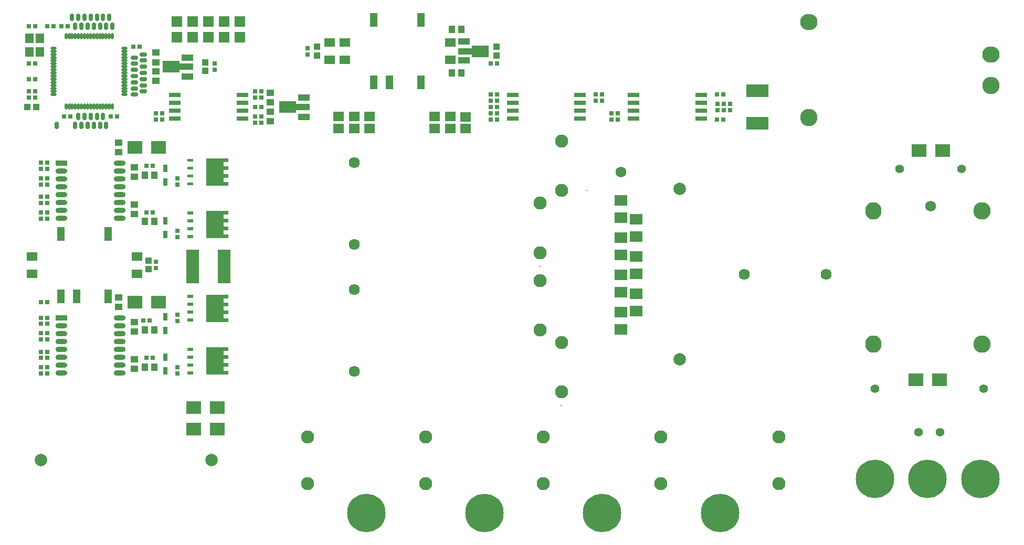
<source format=gts>
G04*
G04 #@! TF.GenerationSoftware,Altium Limited,Altium Designer,18.1.7 (191)*
G04*
G04 Layer_Color=8388736*
%FSLAX44Y44*%
%MOMM*%
G71*
G01*
G75*
%ADD40R,0.8032X0.8032*%
%ADD41R,1.0032X1.0032*%
%ADD42R,0.8032X0.8032*%
%ADD43R,2.4032X2.0032*%
%ADD44R,2.0532X5.4032*%
%ADD45R,3.6032X2.0032*%
%ADD46R,1.1832X1.1332*%
%ADD47R,1.7032X1.4032*%
%ADD48R,1.9400X0.7400*%
%ADD49R,2.0032X1.8032*%
%ADD50R,1.2032X2.3032*%
%ADD51R,1.4032X1.6032*%
%ADD52R,1.9032X0.8532*%
%ADD53O,1.9032X0.8532*%
%ADD54R,2.8032X1.9032*%
%ADD55R,1.9032X1.1032*%
%ADD56R,2.7032X1.1032*%
G04:AMPARAMS|DCode=57|XSize=0.5032mm|YSize=1.0032mm|CornerRadius=0.1766mm|HoleSize=0mm|Usage=FLASHONLY|Rotation=180.000|XOffset=0mm|YOffset=0mm|HoleType=Round|Shape=RoundedRectangle|*
%AMROUNDEDRECTD57*
21,1,0.5032,0.6500,0,0,180.0*
21,1,0.1500,1.0032,0,0,180.0*
1,1,0.3532,-0.0750,0.3250*
1,1,0.3532,0.0750,0.3250*
1,1,0.3532,0.0750,-0.3250*
1,1,0.3532,-0.0750,-0.3250*
%
%ADD57ROUNDEDRECTD57*%
G04:AMPARAMS|DCode=58|XSize=0.5032mm|YSize=1.0032mm|CornerRadius=0.1766mm|HoleSize=0mm|Usage=FLASHONLY|Rotation=90.000|XOffset=0mm|YOffset=0mm|HoleType=Round|Shape=RoundedRectangle|*
%AMROUNDEDRECTD58*
21,1,0.5032,0.6500,0,0,90.0*
21,1,0.1500,1.0032,0,0,90.0*
1,1,0.3532,0.3250,0.0750*
1,1,0.3532,0.3250,-0.0750*
1,1,0.3532,-0.3250,-0.0750*
1,1,0.3532,-0.3250,0.0750*
%
%ADD58ROUNDEDRECTD58*%
%ADD59R,1.0032X1.0032*%
%ADD60O,0.7032X1.2032*%
%ADD61O,1.2032X0.7032*%
%ADD62R,1.7032X1.5032*%
%ADD63R,0.6532X1.2032*%
%ADD64R,1.1332X1.1832*%
%ADD65C,2.0032*%
%ADD66O,2.8032X2.6032*%
%ADD67C,2.8032*%
%ADD68C,1.7272*%
%ADD69O,2.6032X2.8032*%
%ADD70C,1.7932*%
%ADD71C,6.2032*%
%ADD72C,2.1032*%
%ADD73C,1.4032*%
%ADD74R,1.8032X1.8032*%
%ADD75C,0.2032*%
G36*
X795020Y328450D02*
X785770D01*
Y333450D01*
X795020D01*
Y328450D01*
D02*
G37*
G36*
Y341150D02*
X785770D01*
Y346150D01*
X795020D01*
Y341150D01*
D02*
G37*
G36*
Y353850D02*
X785770D01*
Y358850D01*
X795020D01*
Y353850D01*
D02*
G37*
G36*
Y366550D02*
X785770D01*
Y371550D01*
X795020D01*
Y366550D01*
D02*
G37*
G36*
X852275Y371550D02*
X852280D01*
Y366550D01*
X852275D01*
Y366050D01*
X844275D01*
Y359350D01*
X852275D01*
Y358850D01*
X852280D01*
Y353850D01*
X852275D01*
Y353350D01*
X844275D01*
Y346650D01*
X852275D01*
Y346150D01*
X852280D01*
Y341150D01*
X852275D01*
Y340650D01*
X844275D01*
Y333950D01*
X852275D01*
Y333450D01*
X852280D01*
Y328450D01*
X852275D01*
Y327950D01*
X816025D01*
Y372050D01*
X852275D01*
Y371550D01*
D02*
G37*
G36*
X795020Y451550D02*
X785770D01*
Y456550D01*
X795020D01*
Y451550D01*
D02*
G37*
G36*
Y438850D02*
X785770D01*
Y443850D01*
X795020D01*
Y438850D01*
D02*
G37*
G36*
Y426150D02*
X785770D01*
Y431150D01*
X795020D01*
Y426150D01*
D02*
G37*
G36*
Y413450D02*
X785770D01*
Y418450D01*
X795020D01*
Y413450D01*
D02*
G37*
G36*
X852275Y456550D02*
X852280D01*
Y451550D01*
X852275D01*
Y451050D01*
X844275D01*
Y444350D01*
X852275D01*
Y443850D01*
X852280D01*
Y438850D01*
X852275D01*
Y438350D01*
X844275D01*
Y431650D01*
X852275D01*
Y431150D01*
X852280D01*
Y426150D01*
X852275D01*
Y425650D01*
X844275D01*
Y418950D01*
X852275D01*
Y418450D01*
X852280D01*
Y413450D01*
X852275D01*
Y412950D01*
X816025D01*
Y457050D01*
X852275D01*
Y456550D01*
D02*
G37*
G36*
X795020Y586550D02*
X785770D01*
Y591550D01*
X795020D01*
Y586550D01*
D02*
G37*
G36*
Y573850D02*
X785770D01*
Y578850D01*
X795020D01*
Y573850D01*
D02*
G37*
G36*
Y561150D02*
X785770D01*
Y566150D01*
X795020D01*
Y561150D01*
D02*
G37*
G36*
Y548450D02*
X785770D01*
Y553450D01*
X795020D01*
Y548450D01*
D02*
G37*
G36*
X852275Y591550D02*
X852280D01*
Y586550D01*
X852275D01*
Y586050D01*
X844275D01*
Y579350D01*
X852275D01*
Y578850D01*
X852280D01*
Y573850D01*
X852275D01*
Y573350D01*
X844275D01*
Y566650D01*
X852275D01*
Y566150D01*
X852280D01*
Y561150D01*
X852275D01*
Y560650D01*
X844275D01*
Y553950D01*
X852275D01*
Y553450D01*
X852280D01*
Y548450D01*
X852275D01*
Y547950D01*
X816025D01*
Y592050D01*
X852275D01*
Y591550D01*
D02*
G37*
G36*
X795020Y671550D02*
X785770D01*
Y676550D01*
X795020D01*
Y671550D01*
D02*
G37*
G36*
Y658850D02*
X785770D01*
Y663850D01*
X795020D01*
Y658850D01*
D02*
G37*
G36*
Y646150D02*
X785770D01*
Y651150D01*
X795020D01*
Y646150D01*
D02*
G37*
G36*
Y633450D02*
X785770D01*
Y638450D01*
X795020D01*
Y633450D01*
D02*
G37*
G36*
X852275Y676550D02*
X852280D01*
Y671550D01*
X852275D01*
Y671050D01*
X844275D01*
Y664350D01*
X852275D01*
Y663850D01*
X852280D01*
Y658850D01*
X852275D01*
Y658350D01*
X844275D01*
Y651650D01*
X852275D01*
Y651150D01*
X852280D01*
Y646150D01*
X852275D01*
Y645650D01*
X844275D01*
Y638950D01*
X852275D01*
Y638450D01*
X852280D01*
Y633450D01*
X852275D01*
Y632950D01*
X816025D01*
Y677050D01*
X852275D01*
Y676550D01*
D02*
G37*
D40*
X830000Y819920D02*
D03*
Y830080D02*
D03*
X980000Y844920D02*
D03*
Y855080D02*
D03*
X735000Y510080D02*
D03*
Y499920D02*
D03*
X770000Y329920D02*
D03*
Y340080D02*
D03*
Y414920D02*
D03*
Y425080D02*
D03*
Y549920D02*
D03*
Y560080D02*
D03*
Y634920D02*
D03*
Y645080D02*
D03*
X735000Y750080D02*
D03*
Y739920D02*
D03*
X745000Y750080D02*
D03*
Y739920D02*
D03*
X1641000Y765080D02*
D03*
Y754920D02*
D03*
D41*
X815000Y832000D02*
D03*
Y818000D02*
D03*
X995000Y857000D02*
D03*
Y843000D02*
D03*
X723000Y512000D02*
D03*
Y498000D02*
D03*
X1285000Y843000D02*
D03*
Y857000D02*
D03*
D42*
X1285080Y830000D02*
D03*
X1274920D02*
D03*
X529920Y775000D02*
D03*
X540080D02*
D03*
X730080Y355000D02*
D03*
X719920D02*
D03*
X725080Y415000D02*
D03*
X714920D02*
D03*
X730080Y590000D02*
D03*
X719920D02*
D03*
X730080Y665000D02*
D03*
X719920D02*
D03*
X1274920Y760000D02*
D03*
X1285080D02*
D03*
Y740000D02*
D03*
X1274920D02*
D03*
X1661080Y765000D02*
D03*
X1650920D02*
D03*
X1661080Y755000D02*
D03*
X1650920D02*
D03*
X1469920Y740000D02*
D03*
X1480080D02*
D03*
X1470000Y750000D02*
D03*
X1480160D02*
D03*
X1455080Y770000D02*
D03*
X1444920D02*
D03*
X1455080Y780000D02*
D03*
X1444920D02*
D03*
X1639920D02*
D03*
X1650080D02*
D03*
Y740000D02*
D03*
X1639920D02*
D03*
X1274920Y780000D02*
D03*
X1285080D02*
D03*
Y770000D02*
D03*
X1274920D02*
D03*
X905080Y735000D02*
D03*
X894920D02*
D03*
X905080Y745000D02*
D03*
X894920D02*
D03*
Y785000D02*
D03*
X905080D02*
D03*
X905080Y760000D02*
D03*
X894920D02*
D03*
X894920Y775000D02*
D03*
X905080D02*
D03*
X1285080Y750000D02*
D03*
X1274920D02*
D03*
X529920Y805000D02*
D03*
X540080D02*
D03*
X593080Y890000D02*
D03*
X582920D02*
D03*
X559920D02*
D03*
X570080D02*
D03*
X529920Y785000D02*
D03*
X540080D02*
D03*
X586920Y745000D02*
D03*
X597080D02*
D03*
X709080Y857000D02*
D03*
X698920D02*
D03*
X661920Y745000D02*
D03*
X672080D02*
D03*
X540080Y890000D02*
D03*
X529920D02*
D03*
Y830000D02*
D03*
X540080D02*
D03*
X560080Y330000D02*
D03*
X549920D02*
D03*
X560080Y340000D02*
D03*
X549920D02*
D03*
X560080Y445000D02*
D03*
X549920D02*
D03*
X560080Y385000D02*
D03*
X549920D02*
D03*
X560080Y410000D02*
D03*
X549920D02*
D03*
Y420000D02*
D03*
X560080D02*
D03*
X549920Y355000D02*
D03*
X560080D02*
D03*
Y365000D02*
D03*
X549920D02*
D03*
X560080Y590000D02*
D03*
X549920D02*
D03*
X560080Y580000D02*
D03*
X549920D02*
D03*
Y605000D02*
D03*
X560080D02*
D03*
X549920Y615000D02*
D03*
X560080D02*
D03*
Y670000D02*
D03*
X549920D02*
D03*
Y660000D02*
D03*
X560080D02*
D03*
Y635000D02*
D03*
X549920D02*
D03*
Y395000D02*
D03*
X560080D02*
D03*
X549920Y645000D02*
D03*
X560080D02*
D03*
D43*
X796000Y240000D02*
D03*
X834000D02*
D03*
X796000Y275000D02*
D03*
X834000D02*
D03*
X1966000Y690000D02*
D03*
X2004000D02*
D03*
X1961000Y320000D02*
D03*
X1999000D02*
D03*
X739000Y445000D02*
D03*
X701000D02*
D03*
X739000Y695000D02*
D03*
X701000D02*
D03*
D44*
X794750Y502500D02*
D03*
X845250D02*
D03*
D45*
X1705000Y786000D02*
D03*
Y734000D02*
D03*
D46*
X735000Y802300D02*
D03*
Y817700D02*
D03*
X700000Y602700D02*
D03*
Y587300D02*
D03*
Y352700D02*
D03*
Y337300D02*
D03*
Y412700D02*
D03*
Y397300D02*
D03*
Y662700D02*
D03*
Y647300D02*
D03*
X675000Y452700D02*
D03*
Y437300D02*
D03*
Y687300D02*
D03*
Y702700D02*
D03*
X735000Y847700D02*
D03*
Y832300D02*
D03*
X920000Y737300D02*
D03*
Y752700D02*
D03*
Y782700D02*
D03*
Y767300D02*
D03*
D47*
X1015000Y863954D02*
D03*
Y836046D02*
D03*
X1040000Y863954D02*
D03*
Y836046D02*
D03*
X535000Y518954D02*
D03*
Y491046D02*
D03*
X1210000Y836046D02*
D03*
Y863954D02*
D03*
X705000Y518954D02*
D03*
Y491046D02*
D03*
D48*
X765500Y779050D02*
D03*
Y766350D02*
D03*
Y740950D02*
D03*
Y753650D02*
D03*
X874500Y779050D02*
D03*
Y766350D02*
D03*
Y740950D02*
D03*
Y753650D02*
D03*
X1505500Y779050D02*
D03*
Y766350D02*
D03*
Y740950D02*
D03*
Y753650D02*
D03*
X1614500Y779050D02*
D03*
Y766350D02*
D03*
Y740950D02*
D03*
Y753650D02*
D03*
X1419500Y740950D02*
D03*
Y753650D02*
D03*
Y779050D02*
D03*
Y766350D02*
D03*
X1310500Y740950D02*
D03*
Y753650D02*
D03*
Y779050D02*
D03*
Y766350D02*
D03*
D49*
X1485000Y401000D02*
D03*
Y429000D02*
D03*
Y521000D02*
D03*
Y549000D02*
D03*
X1510000Y431000D02*
D03*
Y459000D02*
D03*
Y551000D02*
D03*
Y579000D02*
D03*
X1485000Y461000D02*
D03*
Y489000D02*
D03*
Y581000D02*
D03*
Y609000D02*
D03*
X1510000Y491000D02*
D03*
Y519000D02*
D03*
D50*
X1086900Y799500D02*
D03*
X1112300D02*
D03*
X1163100D02*
D03*
Y900500D02*
D03*
X1086900D02*
D03*
X581900Y454500D02*
D03*
X607300D02*
D03*
X658100D02*
D03*
Y555500D02*
D03*
X581900D02*
D03*
D51*
X548000Y871000D02*
D03*
X531000D02*
D03*
Y849000D02*
D03*
X548000D02*
D03*
D52*
X583100Y419550D02*
D03*
Y669550D02*
D03*
D53*
Y406850D02*
D03*
Y394150D02*
D03*
Y381450D02*
D03*
Y343350D02*
D03*
Y356050D02*
D03*
Y368750D02*
D03*
Y330650D02*
D03*
X676900D02*
D03*
Y368750D02*
D03*
Y356050D02*
D03*
Y343350D02*
D03*
Y381450D02*
D03*
Y394150D02*
D03*
Y406850D02*
D03*
Y419550D02*
D03*
X583100Y656850D02*
D03*
Y644150D02*
D03*
Y631450D02*
D03*
Y593350D02*
D03*
Y606050D02*
D03*
Y618750D02*
D03*
Y580650D02*
D03*
X676900D02*
D03*
Y618750D02*
D03*
Y606050D02*
D03*
Y593350D02*
D03*
Y631450D02*
D03*
Y644150D02*
D03*
Y656850D02*
D03*
Y669550D02*
D03*
D54*
X760000Y825000D02*
D03*
X1258000Y850000D02*
D03*
X948000Y760000D02*
D03*
D55*
X786000Y840000D02*
D03*
Y809000D02*
D03*
X1232000Y835000D02*
D03*
Y866000D02*
D03*
X974000Y775000D02*
D03*
Y744000D02*
D03*
D56*
X782000Y825000D02*
D03*
X1236000Y850000D02*
D03*
X970000Y760000D02*
D03*
D57*
X665000Y874500D02*
D03*
X660000D02*
D03*
X655000D02*
D03*
X650000D02*
D03*
X645000D02*
D03*
X640000D02*
D03*
X635000D02*
D03*
X630000D02*
D03*
X625000D02*
D03*
X620000D02*
D03*
X615000D02*
D03*
X610000D02*
D03*
X605000D02*
D03*
X600000D02*
D03*
X595000D02*
D03*
X590000D02*
D03*
X665000Y760500D02*
D03*
X660000D02*
D03*
X655000D02*
D03*
X650000D02*
D03*
X645000D02*
D03*
X640000D02*
D03*
X635000D02*
D03*
X630000D02*
D03*
X625000D02*
D03*
X620000D02*
D03*
X615000D02*
D03*
X610000D02*
D03*
X605000D02*
D03*
X600000D02*
D03*
X595000D02*
D03*
X590000D02*
D03*
D58*
X684500Y780000D02*
D03*
Y785000D02*
D03*
Y790000D02*
D03*
Y795000D02*
D03*
Y800000D02*
D03*
Y805000D02*
D03*
Y810000D02*
D03*
Y815000D02*
D03*
Y820000D02*
D03*
Y825000D02*
D03*
Y830000D02*
D03*
Y835000D02*
D03*
Y840000D02*
D03*
Y845000D02*
D03*
Y850000D02*
D03*
Y855000D02*
D03*
X570080Y780000D02*
D03*
Y785000D02*
D03*
Y790000D02*
D03*
Y795000D02*
D03*
Y800000D02*
D03*
Y805000D02*
D03*
Y810000D02*
D03*
Y815000D02*
D03*
Y820000D02*
D03*
Y825000D02*
D03*
Y830000D02*
D03*
Y835000D02*
D03*
Y840000D02*
D03*
Y845000D02*
D03*
Y850000D02*
D03*
Y855000D02*
D03*
D59*
X542000Y760000D02*
D03*
X528000D02*
D03*
D60*
X575000Y730000D02*
D03*
X655000Y730000D02*
D03*
X665000Y890000D02*
D03*
X600000Y905000D02*
D03*
X605000Y730000D02*
D03*
X610000Y745000D02*
D03*
X615000Y730000D02*
D03*
X620000Y745000D02*
D03*
X625000Y730000D02*
D03*
X630000Y745000D02*
D03*
X635000Y730000D02*
D03*
X640000Y745000D02*
D03*
X645000Y730000D02*
D03*
X650000Y745000D02*
D03*
X610000Y905000D02*
D03*
X620000D02*
D03*
X630000D02*
D03*
X635000Y890000D02*
D03*
X625000D02*
D03*
X615000D02*
D03*
X605000D02*
D03*
X640000Y905000D02*
D03*
X645000Y890000D02*
D03*
X650000Y905000D02*
D03*
X655000Y890000D02*
D03*
X660000Y905000D02*
D03*
D61*
X715000Y845000D02*
D03*
X700000Y780000D02*
D03*
X715000Y785000D02*
D03*
X700000Y790000D02*
D03*
X715000Y795000D02*
D03*
X700000Y800000D02*
D03*
X715000Y805000D02*
D03*
X700000Y810000D02*
D03*
X715000Y815000D02*
D03*
X700000Y820000D02*
D03*
X715000Y825000D02*
D03*
X700000Y830000D02*
D03*
X715000Y835000D02*
D03*
X700000Y840000D02*
D03*
D62*
X1185000Y744500D02*
D03*
Y725500D02*
D03*
X1210000Y725500D02*
D03*
Y744500D02*
D03*
X1235000Y744000D02*
D03*
Y725000D02*
D03*
X1080000Y744500D02*
D03*
Y725500D02*
D03*
X1055000Y725500D02*
D03*
Y744500D02*
D03*
X1030000Y744500D02*
D03*
Y725500D02*
D03*
D63*
X750000Y421000D02*
D03*
Y399000D02*
D03*
Y576000D02*
D03*
Y554000D02*
D03*
Y661000D02*
D03*
Y639000D02*
D03*
Y356000D02*
D03*
Y334000D02*
D03*
D64*
X717300Y340000D02*
D03*
X732700D02*
D03*
X717300Y400000D02*
D03*
X732700D02*
D03*
X717300Y575000D02*
D03*
X732700D02*
D03*
X717300Y650000D02*
D03*
X732700D02*
D03*
X1227700Y885000D02*
D03*
X1212300D02*
D03*
X1212300Y815000D02*
D03*
X1227700D02*
D03*
D65*
X1580000Y627500D02*
D03*
Y352500D02*
D03*
X550000Y190000D02*
D03*
X825000D02*
D03*
D66*
X1788000Y897000D02*
D03*
X2082000Y845000D02*
D03*
D67*
X1788000Y743000D02*
D03*
X2082000Y795000D02*
D03*
X2067500Y377500D02*
D03*
Y592500D02*
D03*
D68*
X1985000Y600000D02*
D03*
X1485000Y655000D02*
D03*
D69*
X1892500Y377500D02*
D03*
Y592500D02*
D03*
D70*
X1683960Y490000D02*
D03*
X1816040D02*
D03*
X1055000Y332920D02*
D03*
Y465000D02*
D03*
Y670000D02*
D03*
Y537920D02*
D03*
D71*
X1265000Y105000D02*
D03*
X1455000D02*
D03*
X1895000Y160000D02*
D03*
X1075000Y105000D02*
D03*
X1645000D02*
D03*
X1980000Y160000D02*
D03*
X2065000D02*
D03*
D72*
X1355000Y480000D02*
D03*
Y400000D02*
D03*
X1740000Y227500D02*
D03*
Y152500D02*
D03*
X1550000Y227500D02*
D03*
Y152500D02*
D03*
X1170000Y227500D02*
D03*
Y152500D02*
D03*
X980000Y227500D02*
D03*
Y152500D02*
D03*
X1390000Y705000D02*
D03*
Y625000D02*
D03*
X1360000Y227500D02*
D03*
Y152500D02*
D03*
X1390000Y380000D02*
D03*
Y300000D02*
D03*
X1355000Y605000D02*
D03*
Y525000D02*
D03*
D73*
X1999645Y234645D02*
D03*
X2070355Y305355D02*
D03*
X1935000Y660000D02*
D03*
X2035000D02*
D03*
X1965355Y234645D02*
D03*
X1894645Y305355D02*
D03*
D74*
X870800Y872300D02*
D03*
X845400D02*
D03*
X820000D02*
D03*
X794600D02*
D03*
X769200D02*
D03*
Y897700D02*
D03*
X794600D02*
D03*
X820000D02*
D03*
X845400D02*
D03*
X870800D02*
D03*
D75*
X1389000Y278000D02*
D03*
X1430000Y625000D02*
D03*
X1354000Y503000D02*
D03*
M02*

</source>
